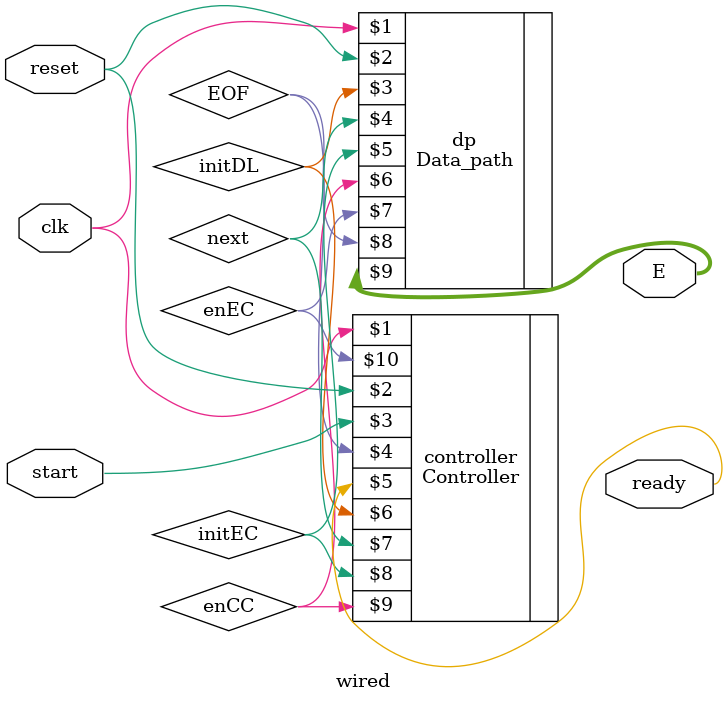
<source format=v>
module wired(input clk, reset, start, output ready, output [19:0]E);
  
   wire initDL, next, initEC, enCC, enEC, EOF;
   
   Data_path dp(clk, reset, initDL, next, initEC, enCC, enEC, EOF, E);
   Controller controller(clk, reset, start, EOF, ready ,initDL, next, initEC , enCC, enEC);
 
 endmodule

</source>
